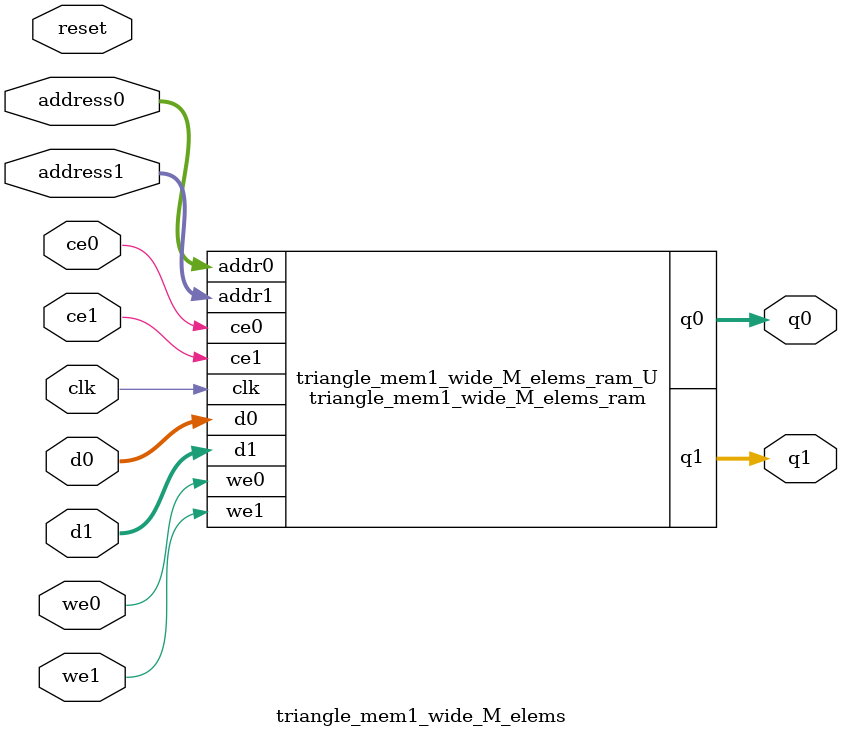
<source format=v>
`timescale 1 ns / 1 ps
module triangle_mem1_wide_M_elems_ram (addr0, ce0, d0, we0, q0, addr1, ce1, d1, we1, q1,  clk);

parameter DWIDTH = 64;
parameter AWIDTH = 3;
parameter MEM_SIZE = 8;

input[AWIDTH-1:0] addr0;
input ce0;
input[DWIDTH-1:0] d0;
input we0;
output reg[DWIDTH-1:0] q0;
input[AWIDTH-1:0] addr1;
input ce1;
input[DWIDTH-1:0] d1;
input we1;
output reg[DWIDTH-1:0] q1;
input clk;

reg [DWIDTH-1:0] ram[0:MEM_SIZE-1];




always @(posedge clk)  
begin 
    if (ce0) begin
        if (we0) 
            ram[addr0] <= d0; 
        q0 <= ram[addr0];
    end
end


always @(posedge clk)  
begin 
    if (ce1) begin
        if (we1) 
            ram[addr1] <= d1; 
        q1 <= ram[addr1];
    end
end


endmodule

`timescale 1 ns / 1 ps
module triangle_mem1_wide_M_elems(
    reset,
    clk,
    address0,
    ce0,
    we0,
    d0,
    q0,
    address1,
    ce1,
    we1,
    d1,
    q1);

parameter DataWidth = 32'd64;
parameter AddressRange = 32'd8;
parameter AddressWidth = 32'd3;
input reset;
input clk;
input[AddressWidth - 1:0] address0;
input ce0;
input we0;
input[DataWidth - 1:0] d0;
output[DataWidth - 1:0] q0;
input[AddressWidth - 1:0] address1;
input ce1;
input we1;
input[DataWidth - 1:0] d1;
output[DataWidth - 1:0] q1;



triangle_mem1_wide_M_elems_ram triangle_mem1_wide_M_elems_ram_U(
    .clk( clk ),
    .addr0( address0 ),
    .ce0( ce0 ),
    .we0( we0 ),
    .d0( d0 ),
    .q0( q0 ),
    .addr1( address1 ),
    .ce1( ce1 ),
    .we1( we1 ),
    .d1( d1 ),
    .q1( q1 ));

endmodule


</source>
